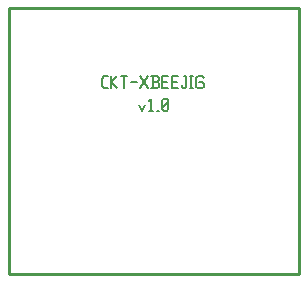
<source format=gbr>
G04 start of page 8 for group -4079 idx -4079 *
G04 Title: (unknown), topsilk *
G04 Creator: pcb 20110918 *
G04 CreationDate: Thu 09 Jun 2016 12:54:50 AM GMT UTC *
G04 For: railfan *
G04 Format: Gerber/RS-274X *
G04 PCB-Dimensions: 97614 89800 *
G04 PCB-Coordinate-Origin: lower left *
%MOIN*%
%FSLAX25Y25*%
%LNTOPSILK*%
%ADD24C,0.0100*%
%ADD23C,0.0080*%
G54D23*X32200Y62300D02*X33500D01*
X31500Y63000D02*X32200Y62300D01*
X31500Y65600D02*Y63000D01*
Y65600D02*X32200Y66300D01*
X33500D01*
X34700D02*Y62300D01*
Y64300D02*X36700Y66300D01*
X34700Y64300D02*X36700Y62300D01*
X37900Y66300D02*X39900D01*
X38900D02*Y62300D01*
X41100Y64300D02*X43100D01*
X44300Y62300D02*X46800Y66300D01*
X44300D02*X46800Y62300D01*
X48000D02*X50000D01*
X50500Y62800D01*
Y64000D02*Y62800D01*
X50000Y64500D02*X50500Y64000D01*
X48500Y64500D02*X50000D01*
X48500Y66300D02*Y62300D01*
X48000Y66300D02*X50000D01*
X50500Y65800D01*
Y65000D01*
X50000Y64500D02*X50500Y65000D01*
X51700Y64500D02*X53200D01*
X51700Y62300D02*X53700D01*
X51700Y66300D02*Y62300D01*
Y66300D02*X53700D01*
X54900Y64500D02*X56400D01*
X54900Y62300D02*X56900D01*
X54900Y66300D02*Y62300D01*
Y66300D02*X56900D01*
X58800D02*X59600D01*
Y62800D01*
X59100Y62300D02*X59600Y62800D01*
X58600Y62300D02*X59100D01*
X58100Y62800D02*X58600Y62300D01*
X58100Y63300D02*Y62800D01*
X60800Y66300D02*X61800D01*
X61300D02*Y62300D01*
X60800D02*X61800D01*
X65000Y66300D02*X65500Y65800D01*
X63500Y66300D02*X65000D01*
X63000Y65800D02*X63500Y66300D01*
X63000Y65800D02*Y62800D01*
X63500Y62300D01*
X65000D01*
X65500Y62800D01*
Y63800D02*Y62800D01*
X65000Y64300D02*X65500Y63800D01*
X64000Y64300D02*X65000D01*
X44000Y56800D02*X45000Y54800D01*
X46000Y56800D02*X45000Y54800D01*
X47200Y58000D02*X48000Y58800D01*
Y54800D01*
X47200D02*X48700D01*
X49900D02*X50400D01*
X51600Y55300D02*X52100Y54800D01*
X51600Y58300D02*Y55300D01*
Y58300D02*X52100Y58800D01*
X53100D01*
X53600Y58300D01*
Y55300D01*
X53100Y54800D02*X53600Y55300D01*
X52100Y54800D02*X53100D01*
X51600Y55800D02*X53600Y57800D01*
G54D24*X500Y89217D02*Y517D01*
X97114Y89217D02*Y517D01*
X500D02*X97114D01*
X500Y89217D02*X97114D01*
M02*

</source>
